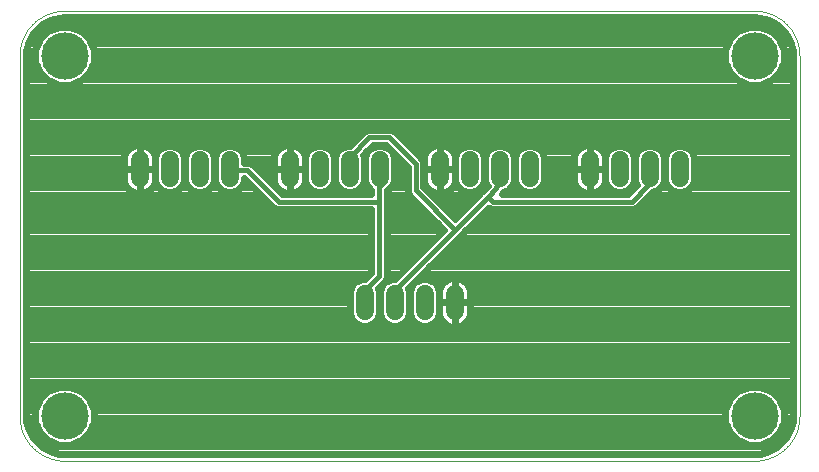
<source format=gbl>
G75*
%MOIN*%
%OFA0B0*%
%FSLAX25Y25*%
%IPPOS*%
%LPD*%
%AMOC8*
5,1,8,0,0,1.08239X$1,22.5*
%
%ADD10C,0.00000*%
%ADD11C,0.05937*%
%ADD12C,0.15811*%
%ADD13C,0.02400*%
%ADD14C,0.01600*%
D10*
X0022200Y0007200D02*
X0252200Y0007200D01*
X0252562Y0007204D01*
X0252925Y0007218D01*
X0253287Y0007239D01*
X0253648Y0007270D01*
X0254008Y0007309D01*
X0254367Y0007357D01*
X0254725Y0007414D01*
X0255082Y0007479D01*
X0255437Y0007553D01*
X0255790Y0007636D01*
X0256141Y0007727D01*
X0256489Y0007826D01*
X0256835Y0007934D01*
X0257179Y0008050D01*
X0257519Y0008175D01*
X0257856Y0008307D01*
X0258190Y0008448D01*
X0258521Y0008597D01*
X0258848Y0008754D01*
X0259171Y0008918D01*
X0259490Y0009090D01*
X0259804Y0009270D01*
X0260115Y0009458D01*
X0260420Y0009653D01*
X0260721Y0009855D01*
X0261017Y0010065D01*
X0261307Y0010281D01*
X0261593Y0010505D01*
X0261873Y0010735D01*
X0262147Y0010972D01*
X0262415Y0011216D01*
X0262678Y0011466D01*
X0262934Y0011722D01*
X0263184Y0011985D01*
X0263428Y0012253D01*
X0263665Y0012527D01*
X0263895Y0012807D01*
X0264119Y0013093D01*
X0264335Y0013383D01*
X0264545Y0013679D01*
X0264747Y0013980D01*
X0264942Y0014285D01*
X0265130Y0014596D01*
X0265310Y0014910D01*
X0265482Y0015229D01*
X0265646Y0015552D01*
X0265803Y0015879D01*
X0265952Y0016210D01*
X0266093Y0016544D01*
X0266225Y0016881D01*
X0266350Y0017221D01*
X0266466Y0017565D01*
X0266574Y0017911D01*
X0266673Y0018259D01*
X0266764Y0018610D01*
X0266847Y0018963D01*
X0266921Y0019318D01*
X0266986Y0019675D01*
X0267043Y0020033D01*
X0267091Y0020392D01*
X0267130Y0020752D01*
X0267161Y0021113D01*
X0267182Y0021475D01*
X0267196Y0021838D01*
X0267200Y0022200D01*
X0267200Y0142200D01*
X0267196Y0142562D01*
X0267182Y0142925D01*
X0267161Y0143287D01*
X0267130Y0143648D01*
X0267091Y0144008D01*
X0267043Y0144367D01*
X0266986Y0144725D01*
X0266921Y0145082D01*
X0266847Y0145437D01*
X0266764Y0145790D01*
X0266673Y0146141D01*
X0266574Y0146489D01*
X0266466Y0146835D01*
X0266350Y0147179D01*
X0266225Y0147519D01*
X0266093Y0147856D01*
X0265952Y0148190D01*
X0265803Y0148521D01*
X0265646Y0148848D01*
X0265482Y0149171D01*
X0265310Y0149490D01*
X0265130Y0149804D01*
X0264942Y0150115D01*
X0264747Y0150420D01*
X0264545Y0150721D01*
X0264335Y0151017D01*
X0264119Y0151307D01*
X0263895Y0151593D01*
X0263665Y0151873D01*
X0263428Y0152147D01*
X0263184Y0152415D01*
X0262934Y0152678D01*
X0262678Y0152934D01*
X0262415Y0153184D01*
X0262147Y0153428D01*
X0261873Y0153665D01*
X0261593Y0153895D01*
X0261307Y0154119D01*
X0261017Y0154335D01*
X0260721Y0154545D01*
X0260420Y0154747D01*
X0260115Y0154942D01*
X0259804Y0155130D01*
X0259490Y0155310D01*
X0259171Y0155482D01*
X0258848Y0155646D01*
X0258521Y0155803D01*
X0258190Y0155952D01*
X0257856Y0156093D01*
X0257519Y0156225D01*
X0257179Y0156350D01*
X0256835Y0156466D01*
X0256489Y0156574D01*
X0256141Y0156673D01*
X0255790Y0156764D01*
X0255437Y0156847D01*
X0255082Y0156921D01*
X0254725Y0156986D01*
X0254367Y0157043D01*
X0254008Y0157091D01*
X0253648Y0157130D01*
X0253287Y0157161D01*
X0252925Y0157182D01*
X0252562Y0157196D01*
X0252200Y0157200D01*
X0022200Y0157200D01*
X0021838Y0157196D01*
X0021475Y0157182D01*
X0021113Y0157161D01*
X0020752Y0157130D01*
X0020392Y0157091D01*
X0020033Y0157043D01*
X0019675Y0156986D01*
X0019318Y0156921D01*
X0018963Y0156847D01*
X0018610Y0156764D01*
X0018259Y0156673D01*
X0017911Y0156574D01*
X0017565Y0156466D01*
X0017221Y0156350D01*
X0016881Y0156225D01*
X0016544Y0156093D01*
X0016210Y0155952D01*
X0015879Y0155803D01*
X0015552Y0155646D01*
X0015229Y0155482D01*
X0014910Y0155310D01*
X0014596Y0155130D01*
X0014285Y0154942D01*
X0013980Y0154747D01*
X0013679Y0154545D01*
X0013383Y0154335D01*
X0013093Y0154119D01*
X0012807Y0153895D01*
X0012527Y0153665D01*
X0012253Y0153428D01*
X0011985Y0153184D01*
X0011722Y0152934D01*
X0011466Y0152678D01*
X0011216Y0152415D01*
X0010972Y0152147D01*
X0010735Y0151873D01*
X0010505Y0151593D01*
X0010281Y0151307D01*
X0010065Y0151017D01*
X0009855Y0150721D01*
X0009653Y0150420D01*
X0009458Y0150115D01*
X0009270Y0149804D01*
X0009090Y0149490D01*
X0008918Y0149171D01*
X0008754Y0148848D01*
X0008597Y0148521D01*
X0008448Y0148190D01*
X0008307Y0147856D01*
X0008175Y0147519D01*
X0008050Y0147179D01*
X0007934Y0146835D01*
X0007826Y0146489D01*
X0007727Y0146141D01*
X0007636Y0145790D01*
X0007553Y0145437D01*
X0007479Y0145082D01*
X0007414Y0144725D01*
X0007357Y0144367D01*
X0007309Y0144008D01*
X0007270Y0143648D01*
X0007239Y0143287D01*
X0007218Y0142925D01*
X0007204Y0142562D01*
X0007200Y0142200D01*
X0007200Y0022200D01*
X0007204Y0021838D01*
X0007218Y0021475D01*
X0007239Y0021113D01*
X0007270Y0020752D01*
X0007309Y0020392D01*
X0007357Y0020033D01*
X0007414Y0019675D01*
X0007479Y0019318D01*
X0007553Y0018963D01*
X0007636Y0018610D01*
X0007727Y0018259D01*
X0007826Y0017911D01*
X0007934Y0017565D01*
X0008050Y0017221D01*
X0008175Y0016881D01*
X0008307Y0016544D01*
X0008448Y0016210D01*
X0008597Y0015879D01*
X0008754Y0015552D01*
X0008918Y0015229D01*
X0009090Y0014910D01*
X0009270Y0014596D01*
X0009458Y0014285D01*
X0009653Y0013980D01*
X0009855Y0013679D01*
X0010065Y0013383D01*
X0010281Y0013093D01*
X0010505Y0012807D01*
X0010735Y0012527D01*
X0010972Y0012253D01*
X0011216Y0011985D01*
X0011466Y0011722D01*
X0011722Y0011466D01*
X0011985Y0011216D01*
X0012253Y0010972D01*
X0012527Y0010735D01*
X0012807Y0010505D01*
X0013093Y0010281D01*
X0013383Y0010065D01*
X0013679Y0009855D01*
X0013980Y0009653D01*
X0014285Y0009458D01*
X0014596Y0009270D01*
X0014910Y0009090D01*
X0015229Y0008918D01*
X0015552Y0008754D01*
X0015879Y0008597D01*
X0016210Y0008448D01*
X0016544Y0008307D01*
X0016881Y0008175D01*
X0017221Y0008050D01*
X0017565Y0007934D01*
X0017911Y0007826D01*
X0018259Y0007727D01*
X0018610Y0007636D01*
X0018963Y0007553D01*
X0019318Y0007479D01*
X0019675Y0007414D01*
X0020033Y0007357D01*
X0020392Y0007309D01*
X0020752Y0007270D01*
X0021113Y0007239D01*
X0021475Y0007218D01*
X0021838Y0007204D01*
X0022200Y0007200D01*
D11*
X0122200Y0056987D02*
X0122200Y0062924D01*
X0132200Y0062924D02*
X0132200Y0056987D01*
X0142200Y0056987D02*
X0142200Y0062924D01*
X0152200Y0062924D02*
X0152200Y0056987D01*
X0147200Y0101476D02*
X0147200Y0107413D01*
X0157200Y0107413D02*
X0157200Y0101476D01*
X0167200Y0101476D02*
X0167200Y0107413D01*
X0177200Y0107413D02*
X0177200Y0101476D01*
X0197200Y0101476D02*
X0197200Y0107413D01*
X0207200Y0107413D02*
X0207200Y0101476D01*
X0217200Y0101476D02*
X0217200Y0107413D01*
X0227200Y0107413D02*
X0227200Y0101476D01*
X0127200Y0101476D02*
X0127200Y0107413D01*
X0117200Y0107413D02*
X0117200Y0101476D01*
X0107200Y0101476D02*
X0107200Y0107413D01*
X0097200Y0107413D02*
X0097200Y0101476D01*
X0077200Y0101476D02*
X0077200Y0107413D01*
X0067200Y0107413D02*
X0067200Y0101476D01*
X0057200Y0101476D02*
X0057200Y0107413D01*
X0047200Y0107413D02*
X0047200Y0101476D01*
D12*
X0022200Y0142200D03*
X0022200Y0022200D03*
X0252200Y0022200D03*
X0252200Y0142200D03*
D13*
X0017302Y0010374D02*
X0014408Y0012045D01*
X0012045Y0014408D01*
X0010374Y0017302D01*
X0009509Y0020529D01*
X0009400Y0022200D01*
X0009400Y0142200D01*
X0009509Y0143871D01*
X0010374Y0147098D01*
X0012045Y0149992D01*
X0014408Y0152355D01*
X0017302Y0154026D01*
X0020529Y0154890D01*
X0022200Y0155000D01*
X0252200Y0155000D01*
X0253871Y0154890D01*
X0257098Y0154026D01*
X0259992Y0152355D01*
X0262355Y0149992D01*
X0264026Y0147098D01*
X0264890Y0143871D01*
X0265000Y0142200D01*
X0265000Y0141289D01*
X0265000Y0022200D01*
X0264890Y0020529D01*
X0264026Y0017302D01*
X0262355Y0014408D01*
X0259992Y0012045D01*
X0257098Y0010374D01*
X0253871Y0009509D01*
X0252200Y0009400D01*
X0022200Y0009400D01*
X0020529Y0009509D01*
X0017302Y0010374D01*
X0020197Y0009599D02*
X0254203Y0009599D01*
X0254131Y0012494D02*
X0250269Y0012494D01*
X0246702Y0013972D01*
X0243972Y0016702D01*
X0242494Y0020269D01*
X0242494Y0024131D01*
X0243972Y0027698D01*
X0246702Y0030428D01*
X0250269Y0031905D01*
X0254131Y0031905D01*
X0257698Y0030428D01*
X0260428Y0027698D01*
X0261905Y0024131D01*
X0261905Y0020269D01*
X0260428Y0016702D01*
X0257698Y0013972D01*
X0254131Y0012494D01*
X0258121Y0014396D02*
X0262343Y0014396D01*
X0259909Y0011997D02*
X0014491Y0011997D01*
X0016702Y0013972D02*
X0020269Y0012494D01*
X0024131Y0012494D01*
X0027698Y0013972D01*
X0030428Y0016702D01*
X0031905Y0020269D01*
X0031905Y0024131D01*
X0030428Y0027698D01*
X0027698Y0030428D01*
X0024131Y0031905D01*
X0020269Y0031905D01*
X0016702Y0030428D01*
X0013972Y0027698D01*
X0012494Y0024131D01*
X0012494Y0020269D01*
X0013972Y0016702D01*
X0016702Y0013972D01*
X0016279Y0014396D02*
X0012057Y0014396D01*
X0010667Y0016794D02*
X0013934Y0016794D01*
X0012941Y0019193D02*
X0009868Y0019193D01*
X0009440Y0021591D02*
X0012494Y0021591D01*
X0012494Y0023990D02*
X0009400Y0023990D01*
X0009400Y0026388D02*
X0013430Y0026388D01*
X0015061Y0028787D02*
X0009400Y0028787D01*
X0009400Y0031185D02*
X0018530Y0031185D01*
X0025870Y0031185D02*
X0248530Y0031185D01*
X0245061Y0028787D02*
X0029339Y0028787D01*
X0030970Y0026388D02*
X0243430Y0026388D01*
X0242494Y0023990D02*
X0031905Y0023990D01*
X0031905Y0021591D02*
X0242494Y0021591D01*
X0242941Y0019193D02*
X0031459Y0019193D01*
X0030466Y0016794D02*
X0243934Y0016794D01*
X0246279Y0014396D02*
X0028121Y0014396D01*
X0009400Y0033584D02*
X0265000Y0033584D01*
X0265000Y0035982D02*
X0009400Y0035982D01*
X0009400Y0038381D02*
X0265000Y0038381D01*
X0265000Y0040779D02*
X0009400Y0040779D01*
X0009400Y0043178D02*
X0265000Y0043178D01*
X0265000Y0045576D02*
X0009400Y0045576D01*
X0009400Y0047975D02*
X0265000Y0047975D01*
X0265000Y0050373D02*
X0009400Y0050373D01*
X0009400Y0052772D02*
X0119917Y0052772D01*
X0119499Y0052945D02*
X0121251Y0052219D01*
X0123149Y0052219D01*
X0124901Y0052945D01*
X0126243Y0054286D01*
X0126968Y0056039D01*
X0126968Y0063873D01*
X0126641Y0064664D01*
X0128573Y0066596D01*
X0129304Y0067327D01*
X0129700Y0068283D01*
X0129700Y0097350D01*
X0129901Y0097433D01*
X0131243Y0098774D01*
X0131968Y0100527D01*
X0131968Y0108361D01*
X0131243Y0110114D01*
X0129901Y0111455D01*
X0128149Y0112181D01*
X0126251Y0112181D01*
X0124499Y0111455D01*
X0123157Y0110114D01*
X0122431Y0108361D01*
X0122431Y0100527D01*
X0123157Y0098774D01*
X0124499Y0097433D01*
X0124500Y0097433D01*
X0124500Y0096150D01*
X0094627Y0096150D01*
X0084573Y0106204D01*
X0083617Y0106600D01*
X0081968Y0106600D01*
X0081968Y0108361D01*
X0081243Y0110114D01*
X0079901Y0111455D01*
X0078149Y0112181D01*
X0076251Y0112181D01*
X0074499Y0111455D01*
X0073157Y0110114D01*
X0072431Y0108361D01*
X0072431Y0100527D01*
X0073157Y0098774D01*
X0074499Y0097433D01*
X0076251Y0096707D01*
X0078149Y0096707D01*
X0079901Y0097433D01*
X0081243Y0098774D01*
X0081968Y0100527D01*
X0081968Y0101400D01*
X0082023Y0101400D01*
X0091346Y0092077D01*
X0092077Y0091346D01*
X0093033Y0090950D01*
X0124500Y0090950D01*
X0124500Y0069877D01*
X0122316Y0067693D01*
X0121251Y0067693D01*
X0119499Y0066967D01*
X0118157Y0065626D01*
X0117431Y0063873D01*
X0117431Y0056039D01*
X0118157Y0054286D01*
X0119499Y0052945D01*
X0117791Y0055170D02*
X0009400Y0055170D01*
X0009400Y0057569D02*
X0117431Y0057569D01*
X0117431Y0059967D02*
X0009400Y0059967D01*
X0009400Y0062366D02*
X0117431Y0062366D01*
X0117801Y0064764D02*
X0009400Y0064764D01*
X0009400Y0067163D02*
X0119972Y0067163D01*
X0124184Y0069561D02*
X0009400Y0069561D01*
X0009400Y0071960D02*
X0124500Y0071960D01*
X0124500Y0074358D02*
X0009400Y0074358D01*
X0009400Y0076757D02*
X0124500Y0076757D01*
X0124500Y0079155D02*
X0009400Y0079155D01*
X0009400Y0081554D02*
X0124500Y0081554D01*
X0124500Y0083952D02*
X0009400Y0083952D01*
X0009400Y0086351D02*
X0124500Y0086351D01*
X0124500Y0088749D02*
X0009400Y0088749D01*
X0009400Y0091148D02*
X0092555Y0091148D01*
X0089877Y0093546D02*
X0009400Y0093546D01*
X0009400Y0095945D02*
X0087478Y0095945D01*
X0085080Y0098343D02*
X0080812Y0098343D01*
X0081968Y0100742D02*
X0082681Y0100742D01*
X0087636Y0103140D02*
X0092031Y0103140D01*
X0092031Y0104444D02*
X0092031Y0101069D01*
X0092159Y0100265D01*
X0092410Y0099492D01*
X0092780Y0098767D01*
X0093258Y0098109D01*
X0093833Y0097533D01*
X0094491Y0097055D01*
X0095216Y0096686D01*
X0095990Y0096434D01*
X0096793Y0096307D01*
X0097200Y0096307D01*
X0097607Y0096307D01*
X0098410Y0096434D01*
X0099184Y0096686D01*
X0099909Y0097055D01*
X0100567Y0097533D01*
X0101142Y0098109D01*
X0101620Y0098767D01*
X0101990Y0099492D01*
X0102241Y0100265D01*
X0102368Y0101069D01*
X0102368Y0104444D01*
X0097200Y0104444D01*
X0097200Y0096307D01*
X0097200Y0104444D01*
X0097200Y0104444D01*
X0097200Y0104444D01*
X0092031Y0104444D01*
X0097200Y0104444D01*
X0097200Y0104444D01*
X0102368Y0104444D01*
X0102368Y0107819D01*
X0102241Y0108623D01*
X0101990Y0109397D01*
X0101620Y0110121D01*
X0101142Y0110780D01*
X0100567Y0111355D01*
X0099909Y0111833D01*
X0099184Y0112202D01*
X0098410Y0112454D01*
X0097607Y0112581D01*
X0097200Y0112581D01*
X0097200Y0104444D01*
X0097200Y0112581D01*
X0096793Y0112581D01*
X0095990Y0112454D01*
X0095216Y0112202D01*
X0094491Y0111833D01*
X0093833Y0111355D01*
X0093258Y0110780D01*
X0092780Y0110121D01*
X0092410Y0109397D01*
X0092159Y0108623D01*
X0092031Y0107819D01*
X0092031Y0104444D01*
X0092031Y0105539D02*
X0085238Y0105539D01*
X0081968Y0107937D02*
X0092050Y0107937D01*
X0092935Y0110336D02*
X0081020Y0110336D01*
X0073380Y0110336D02*
X0071020Y0110336D01*
X0071243Y0110114D02*
X0069901Y0111455D01*
X0068149Y0112181D01*
X0066251Y0112181D01*
X0064499Y0111455D01*
X0063157Y0110114D01*
X0062431Y0108361D01*
X0062431Y0100527D01*
X0063157Y0098774D01*
X0064499Y0097433D01*
X0066251Y0096707D01*
X0068149Y0096707D01*
X0069901Y0097433D01*
X0071243Y0098774D01*
X0071968Y0100527D01*
X0071968Y0108361D01*
X0071243Y0110114D01*
X0071968Y0107937D02*
X0072431Y0107937D01*
X0072431Y0105539D02*
X0071968Y0105539D01*
X0071968Y0103140D02*
X0072431Y0103140D01*
X0072431Y0100742D02*
X0071968Y0100742D01*
X0070812Y0098343D02*
X0073588Y0098343D01*
X0063588Y0098343D02*
X0060812Y0098343D01*
X0061243Y0098774D02*
X0061968Y0100527D01*
X0061968Y0108361D01*
X0061243Y0110114D01*
X0059901Y0111455D01*
X0058149Y0112181D01*
X0056251Y0112181D01*
X0054499Y0111455D01*
X0053157Y0110114D01*
X0052431Y0108361D01*
X0052431Y0100527D01*
X0053157Y0098774D01*
X0054499Y0097433D01*
X0056251Y0096707D01*
X0058149Y0096707D01*
X0059901Y0097433D01*
X0061243Y0098774D01*
X0061968Y0100742D02*
X0062431Y0100742D01*
X0062431Y0103140D02*
X0061968Y0103140D01*
X0061968Y0105539D02*
X0062431Y0105539D01*
X0062431Y0107937D02*
X0061968Y0107937D01*
X0061020Y0110336D02*
X0063380Y0110336D01*
X0053380Y0110336D02*
X0051465Y0110336D01*
X0051620Y0110121D02*
X0051142Y0110780D01*
X0050567Y0111355D01*
X0049909Y0111833D01*
X0049184Y0112202D01*
X0048410Y0112454D01*
X0047607Y0112581D01*
X0047200Y0112581D01*
X0047200Y0104444D01*
X0047200Y0096307D01*
X0047607Y0096307D01*
X0048410Y0096434D01*
X0049184Y0096686D01*
X0049909Y0097055D01*
X0050567Y0097533D01*
X0051142Y0098109D01*
X0051620Y0098767D01*
X0051990Y0099492D01*
X0052241Y0100265D01*
X0052368Y0101069D01*
X0052368Y0104444D01*
X0047200Y0104444D01*
X0047200Y0104444D01*
X0047200Y0096307D01*
X0046793Y0096307D01*
X0045990Y0096434D01*
X0045216Y0096686D01*
X0044491Y0097055D01*
X0043833Y0097533D01*
X0043258Y0098109D01*
X0042780Y0098767D01*
X0042410Y0099492D01*
X0042159Y0100265D01*
X0042031Y0101069D01*
X0042031Y0104444D01*
X0047200Y0104444D01*
X0047200Y0104444D01*
X0047200Y0104444D01*
X0052368Y0104444D01*
X0052368Y0107819D01*
X0052241Y0108623D01*
X0051990Y0109397D01*
X0051620Y0110121D01*
X0052350Y0107937D02*
X0052431Y0107937D01*
X0052368Y0105539D02*
X0052431Y0105539D01*
X0052368Y0103140D02*
X0052431Y0103140D01*
X0052431Y0100742D02*
X0052317Y0100742D01*
X0051313Y0098343D02*
X0053588Y0098343D01*
X0047200Y0098343D02*
X0047200Y0098343D01*
X0047200Y0100742D02*
X0047200Y0100742D01*
X0047200Y0103140D02*
X0047200Y0103140D01*
X0047200Y0104444D02*
X0042031Y0104444D01*
X0042031Y0107819D01*
X0042159Y0108623D01*
X0042410Y0109397D01*
X0042780Y0110121D01*
X0043258Y0110780D01*
X0043833Y0111355D01*
X0044491Y0111833D01*
X0045216Y0112202D01*
X0045990Y0112454D01*
X0046793Y0112581D01*
X0047200Y0112581D01*
X0047200Y0104444D01*
X0047200Y0104444D01*
X0047200Y0105539D02*
X0047200Y0105539D01*
X0047200Y0107937D02*
X0047200Y0107937D01*
X0047200Y0110336D02*
X0047200Y0110336D01*
X0042935Y0110336D02*
X0009400Y0110336D01*
X0009400Y0112734D02*
X0117858Y0112734D01*
X0117304Y0112181D02*
X0116251Y0112181D01*
X0114499Y0111455D01*
X0113157Y0110114D01*
X0112431Y0108361D01*
X0112431Y0100527D01*
X0113157Y0098774D01*
X0114499Y0097433D01*
X0116251Y0096707D01*
X0118149Y0096707D01*
X0119901Y0097433D01*
X0121243Y0098774D01*
X0121968Y0100527D01*
X0121968Y0108361D01*
X0121637Y0109160D01*
X0124877Y0112400D01*
X0129323Y0112400D01*
X0136600Y0105123D01*
X0136600Y0096883D01*
X0136996Y0095927D01*
X0148723Y0084200D01*
X0132216Y0067693D01*
X0131251Y0067693D01*
X0129499Y0066967D01*
X0128157Y0065626D01*
X0127431Y0063873D01*
X0127431Y0056039D01*
X0128157Y0054286D01*
X0129499Y0052945D01*
X0131251Y0052219D01*
X0133149Y0052219D01*
X0134901Y0052945D01*
X0136243Y0054286D01*
X0136968Y0056039D01*
X0136968Y0063873D01*
X0136612Y0064735D01*
X0154604Y0082727D01*
X0163400Y0091523D01*
X0163577Y0091346D01*
X0164533Y0090950D01*
X0211767Y0090950D01*
X0212723Y0091346D01*
X0213454Y0092077D01*
X0218084Y0096707D01*
X0218149Y0096707D01*
X0219901Y0097433D01*
X0221243Y0098774D01*
X0221968Y0100527D01*
X0221968Y0108361D01*
X0221243Y0110114D01*
X0219901Y0111455D01*
X0218149Y0112181D01*
X0216251Y0112181D01*
X0214499Y0111455D01*
X0213157Y0110114D01*
X0212431Y0108361D01*
X0212431Y0100527D01*
X0213052Y0099029D01*
X0210173Y0096150D01*
X0168027Y0096150D01*
X0168354Y0096477D01*
X0168512Y0096858D01*
X0169901Y0097433D01*
X0171243Y0098774D01*
X0171968Y0100527D01*
X0171968Y0108361D01*
X0171243Y0110114D01*
X0169901Y0111455D01*
X0168149Y0112181D01*
X0166251Y0112181D01*
X0164499Y0111455D01*
X0163157Y0110114D01*
X0162431Y0108361D01*
X0162431Y0100527D01*
X0163157Y0098774D01*
X0163227Y0098704D01*
X0161927Y0097404D01*
X0161196Y0096673D01*
X0161196Y0096673D01*
X0152400Y0087877D01*
X0141800Y0098477D01*
X0141800Y0106717D01*
X0141404Y0107673D01*
X0140673Y0108404D01*
X0131873Y0117204D01*
X0130917Y0117600D01*
X0123283Y0117600D01*
X0122327Y0117204D01*
X0121596Y0116473D01*
X0121596Y0116473D01*
X0117304Y0112181D01*
X0113380Y0110336D02*
X0111020Y0110336D01*
X0111243Y0110114D02*
X0109901Y0111455D01*
X0108149Y0112181D01*
X0106251Y0112181D01*
X0104499Y0111455D01*
X0103157Y0110114D01*
X0102431Y0108361D01*
X0102431Y0100527D01*
X0103157Y0098774D01*
X0104499Y0097433D01*
X0106251Y0096707D01*
X0108149Y0096707D01*
X0109901Y0097433D01*
X0111243Y0098774D01*
X0111968Y0100527D01*
X0111968Y0108361D01*
X0111243Y0110114D01*
X0111968Y0107937D02*
X0112431Y0107937D01*
X0112431Y0105539D02*
X0111968Y0105539D01*
X0111968Y0103140D02*
X0112431Y0103140D01*
X0112431Y0100742D02*
X0111968Y0100742D01*
X0110812Y0098343D02*
X0113588Y0098343D01*
X0120812Y0098343D02*
X0123588Y0098343D01*
X0122431Y0100742D02*
X0121968Y0100742D01*
X0121968Y0103140D02*
X0122431Y0103140D01*
X0122431Y0105539D02*
X0121968Y0105539D01*
X0121968Y0107937D02*
X0122431Y0107937D01*
X0122813Y0110336D02*
X0123380Y0110336D01*
X0120256Y0115133D02*
X0009400Y0115133D01*
X0009400Y0117532D02*
X0123118Y0117532D01*
X0131082Y0117532D02*
X0265000Y0117532D01*
X0265000Y0119930D02*
X0009400Y0119930D01*
X0009400Y0122329D02*
X0265000Y0122329D01*
X0265000Y0124727D02*
X0009400Y0124727D01*
X0009400Y0127126D02*
X0265000Y0127126D01*
X0265000Y0129524D02*
X0009400Y0129524D01*
X0009400Y0131923D02*
X0265000Y0131923D01*
X0265000Y0134321D02*
X0258047Y0134321D01*
X0257698Y0133972D02*
X0260428Y0136702D01*
X0261905Y0140269D01*
X0261905Y0144131D01*
X0260428Y0147698D01*
X0257698Y0150428D01*
X0254131Y0151905D01*
X0250269Y0151905D01*
X0246702Y0150428D01*
X0243972Y0147698D01*
X0242494Y0144131D01*
X0242494Y0140269D01*
X0243972Y0136702D01*
X0246702Y0133972D01*
X0250269Y0132494D01*
X0254131Y0132494D01*
X0257698Y0133972D01*
X0260435Y0136720D02*
X0265000Y0136720D01*
X0265000Y0139118D02*
X0261429Y0139118D01*
X0261905Y0141517D02*
X0265000Y0141517D01*
X0264879Y0143915D02*
X0261905Y0143915D01*
X0261001Y0146314D02*
X0264236Y0146314D01*
X0263094Y0148712D02*
X0259413Y0148712D01*
X0261236Y0151111D02*
X0256049Y0151111D01*
X0257993Y0153509D02*
X0016407Y0153509D01*
X0018351Y0151111D02*
X0013164Y0151111D01*
X0014987Y0148712D02*
X0011306Y0148712D01*
X0010374Y0147098D02*
X0010374Y0147098D01*
X0010164Y0146314D02*
X0013399Y0146314D01*
X0013972Y0147698D02*
X0012494Y0144131D01*
X0012494Y0140269D01*
X0013972Y0136702D01*
X0016702Y0133972D01*
X0020269Y0132494D01*
X0024131Y0132494D01*
X0027698Y0133972D01*
X0030428Y0136702D01*
X0031905Y0140269D01*
X0031905Y0144131D01*
X0030428Y0147698D01*
X0027698Y0150428D01*
X0024131Y0151905D01*
X0020269Y0151905D01*
X0016702Y0150428D01*
X0013972Y0147698D01*
X0012494Y0143915D02*
X0009521Y0143915D01*
X0009400Y0141517D02*
X0012494Y0141517D01*
X0012971Y0139118D02*
X0009400Y0139118D01*
X0009400Y0136720D02*
X0013965Y0136720D01*
X0016353Y0134321D02*
X0009400Y0134321D01*
X0028047Y0134321D02*
X0246353Y0134321D01*
X0243965Y0136720D02*
X0030435Y0136720D01*
X0031429Y0139118D02*
X0242971Y0139118D01*
X0242494Y0141517D02*
X0031905Y0141517D01*
X0031905Y0143915D02*
X0242494Y0143915D01*
X0243399Y0146314D02*
X0031001Y0146314D01*
X0029413Y0148712D02*
X0244987Y0148712D01*
X0248351Y0151111D02*
X0026049Y0151111D01*
X0042050Y0107937D02*
X0009400Y0107937D01*
X0009400Y0105539D02*
X0042031Y0105539D01*
X0042031Y0103140D02*
X0009400Y0103140D01*
X0009400Y0100742D02*
X0042083Y0100742D01*
X0043087Y0098343D02*
X0009400Y0098343D01*
X0090035Y0100742D02*
X0092083Y0100742D01*
X0092434Y0098343D02*
X0093087Y0098343D01*
X0097200Y0098343D02*
X0097200Y0098343D01*
X0101313Y0098343D02*
X0103588Y0098343D01*
X0102431Y0100742D02*
X0102317Y0100742D01*
X0102368Y0103140D02*
X0102431Y0103140D01*
X0102368Y0105539D02*
X0102431Y0105539D01*
X0102431Y0107937D02*
X0102350Y0107937D01*
X0101465Y0110336D02*
X0103380Y0110336D01*
X0097200Y0110336D02*
X0097200Y0110336D01*
X0097200Y0107937D02*
X0097200Y0107937D01*
X0097200Y0105539D02*
X0097200Y0105539D01*
X0097200Y0104444D02*
X0097200Y0104444D01*
X0097200Y0103140D02*
X0097200Y0103140D01*
X0097200Y0100742D02*
X0097200Y0100742D01*
X0129700Y0095945D02*
X0136988Y0095945D01*
X0136600Y0098343D02*
X0130812Y0098343D01*
X0131968Y0100742D02*
X0136600Y0100742D01*
X0136600Y0103140D02*
X0131968Y0103140D01*
X0131968Y0105539D02*
X0136184Y0105539D01*
X0133786Y0107937D02*
X0131968Y0107937D01*
X0131387Y0110336D02*
X0131020Y0110336D01*
X0136342Y0112734D02*
X0265000Y0112734D01*
X0265000Y0110336D02*
X0231020Y0110336D01*
X0231243Y0110114D02*
X0229901Y0111455D01*
X0228149Y0112181D01*
X0226251Y0112181D01*
X0224499Y0111455D01*
X0223157Y0110114D01*
X0222431Y0108361D01*
X0222431Y0100527D01*
X0223157Y0098774D01*
X0224499Y0097433D01*
X0226251Y0096707D01*
X0228149Y0096707D01*
X0229901Y0097433D01*
X0231243Y0098774D01*
X0231968Y0100527D01*
X0231968Y0108361D01*
X0231243Y0110114D01*
X0231968Y0107937D02*
X0265000Y0107937D01*
X0265000Y0105539D02*
X0231968Y0105539D01*
X0231968Y0103140D02*
X0265000Y0103140D01*
X0265000Y0100742D02*
X0231968Y0100742D01*
X0230812Y0098343D02*
X0265000Y0098343D01*
X0265000Y0095945D02*
X0217322Y0095945D01*
X0220812Y0098343D02*
X0223588Y0098343D01*
X0222431Y0100742D02*
X0221968Y0100742D01*
X0221968Y0103140D02*
X0222431Y0103140D01*
X0222431Y0105539D02*
X0221968Y0105539D01*
X0221968Y0107937D02*
X0222431Y0107937D01*
X0223380Y0110336D02*
X0221020Y0110336D01*
X0213380Y0110336D02*
X0211020Y0110336D01*
X0211243Y0110114D02*
X0209901Y0111455D01*
X0208149Y0112181D01*
X0206251Y0112181D01*
X0204499Y0111455D01*
X0203157Y0110114D01*
X0202431Y0108361D01*
X0202431Y0100527D01*
X0203157Y0098774D01*
X0204499Y0097433D01*
X0206251Y0096707D01*
X0208149Y0096707D01*
X0209901Y0097433D01*
X0211243Y0098774D01*
X0211968Y0100527D01*
X0211968Y0108361D01*
X0211243Y0110114D01*
X0211968Y0107937D02*
X0212431Y0107937D01*
X0212431Y0105539D02*
X0211968Y0105539D01*
X0211968Y0103140D02*
X0212431Y0103140D01*
X0212431Y0100742D02*
X0211968Y0100742D01*
X0212366Y0098343D02*
X0210812Y0098343D01*
X0203588Y0098343D02*
X0201313Y0098343D01*
X0201142Y0098109D02*
X0201620Y0098767D01*
X0201990Y0099492D01*
X0202241Y0100265D01*
X0202368Y0101069D01*
X0202368Y0104444D01*
X0197200Y0104444D01*
X0197200Y0096307D01*
X0197607Y0096307D01*
X0198410Y0096434D01*
X0199184Y0096686D01*
X0199909Y0097055D01*
X0200567Y0097533D01*
X0201142Y0098109D01*
X0202317Y0100742D02*
X0202431Y0100742D01*
X0202368Y0103140D02*
X0202431Y0103140D01*
X0202368Y0104444D02*
X0202368Y0107819D01*
X0202241Y0108623D01*
X0201990Y0109397D01*
X0201620Y0110121D01*
X0201142Y0110780D01*
X0200567Y0111355D01*
X0199909Y0111833D01*
X0199184Y0112202D01*
X0198410Y0112454D01*
X0197607Y0112581D01*
X0197200Y0112581D01*
X0197200Y0104444D01*
X0197200Y0104444D01*
X0197200Y0096307D01*
X0196793Y0096307D01*
X0195990Y0096434D01*
X0195216Y0096686D01*
X0194491Y0097055D01*
X0193833Y0097533D01*
X0193258Y0098109D01*
X0192780Y0098767D01*
X0192410Y0099492D01*
X0192159Y0100265D01*
X0192031Y0101069D01*
X0192031Y0104444D01*
X0197200Y0104444D01*
X0197200Y0104444D01*
X0197200Y0104444D01*
X0202368Y0104444D01*
X0202368Y0105539D02*
X0202431Y0105539D01*
X0202431Y0107937D02*
X0202350Y0107937D01*
X0201465Y0110336D02*
X0203380Y0110336D01*
X0197200Y0110336D02*
X0197200Y0110336D01*
X0197200Y0112581D02*
X0196793Y0112581D01*
X0195990Y0112454D01*
X0195216Y0112202D01*
X0194491Y0111833D01*
X0193833Y0111355D01*
X0193258Y0110780D01*
X0192780Y0110121D01*
X0192410Y0109397D01*
X0192159Y0108623D01*
X0192031Y0107819D01*
X0192031Y0104444D01*
X0197200Y0104444D01*
X0197200Y0112581D01*
X0192935Y0110336D02*
X0181020Y0110336D01*
X0181243Y0110114D02*
X0179901Y0111455D01*
X0178149Y0112181D01*
X0176251Y0112181D01*
X0174499Y0111455D01*
X0173157Y0110114D01*
X0172431Y0108361D01*
X0172431Y0100527D01*
X0173157Y0098774D01*
X0174499Y0097433D01*
X0176251Y0096707D01*
X0178149Y0096707D01*
X0179901Y0097433D01*
X0181243Y0098774D01*
X0181968Y0100527D01*
X0181968Y0108361D01*
X0181243Y0110114D01*
X0181968Y0107937D02*
X0192050Y0107937D01*
X0192031Y0105539D02*
X0181968Y0105539D01*
X0181968Y0103140D02*
X0192031Y0103140D01*
X0192083Y0100742D02*
X0181968Y0100742D01*
X0180812Y0098343D02*
X0193087Y0098343D01*
X0197200Y0098343D02*
X0197200Y0098343D01*
X0197200Y0100742D02*
X0197200Y0100742D01*
X0197200Y0103140D02*
X0197200Y0103140D01*
X0197200Y0104444D02*
X0197200Y0104444D01*
X0197200Y0105539D02*
X0197200Y0105539D01*
X0197200Y0107937D02*
X0197200Y0107937D01*
X0173380Y0110336D02*
X0171020Y0110336D01*
X0171968Y0107937D02*
X0172431Y0107937D01*
X0172431Y0105539D02*
X0171968Y0105539D01*
X0171968Y0103140D02*
X0172431Y0103140D01*
X0172431Y0100742D02*
X0171968Y0100742D01*
X0170812Y0098343D02*
X0173588Y0098343D01*
X0162866Y0098343D02*
X0160812Y0098343D01*
X0161243Y0098774D02*
X0159901Y0097433D01*
X0158149Y0096707D01*
X0156251Y0096707D01*
X0154499Y0097433D01*
X0153157Y0098774D01*
X0152431Y0100527D01*
X0152431Y0108361D01*
X0153157Y0110114D01*
X0154499Y0111455D01*
X0156251Y0112181D01*
X0158149Y0112181D01*
X0159901Y0111455D01*
X0161243Y0110114D01*
X0161968Y0108361D01*
X0161968Y0100527D01*
X0161243Y0098774D01*
X0161927Y0097404D02*
X0161927Y0097404D01*
X0160468Y0095945D02*
X0144332Y0095945D01*
X0144491Y0097055D02*
X0145216Y0096686D01*
X0145990Y0096434D01*
X0146793Y0096307D01*
X0147200Y0096307D01*
X0147607Y0096307D01*
X0148410Y0096434D01*
X0149184Y0096686D01*
X0149909Y0097055D01*
X0150567Y0097533D01*
X0151142Y0098109D01*
X0151620Y0098767D01*
X0151990Y0099492D01*
X0152241Y0100265D01*
X0152368Y0101069D01*
X0152368Y0104444D01*
X0147200Y0104444D01*
X0147200Y0096307D01*
X0147200Y0104444D01*
X0147200Y0104444D01*
X0147200Y0104444D01*
X0142031Y0104444D01*
X0142031Y0101069D01*
X0142159Y0100265D01*
X0142410Y0099492D01*
X0142780Y0098767D01*
X0143258Y0098109D01*
X0143833Y0097533D01*
X0144491Y0097055D01*
X0143087Y0098343D02*
X0141934Y0098343D01*
X0141800Y0100742D02*
X0142083Y0100742D01*
X0142031Y0103140D02*
X0141800Y0103140D01*
X0142031Y0104444D02*
X0147200Y0104444D01*
X0147200Y0104444D01*
X0152368Y0104444D01*
X0152368Y0107819D01*
X0152241Y0108623D01*
X0151990Y0109397D01*
X0151620Y0110121D01*
X0151142Y0110780D01*
X0150567Y0111355D01*
X0149909Y0111833D01*
X0149184Y0112202D01*
X0148410Y0112454D01*
X0147607Y0112581D01*
X0147200Y0112581D01*
X0147200Y0104444D01*
X0147200Y0112581D01*
X0146793Y0112581D01*
X0145990Y0112454D01*
X0145216Y0112202D01*
X0144491Y0111833D01*
X0143833Y0111355D01*
X0143258Y0110780D01*
X0142780Y0110121D01*
X0142410Y0109397D01*
X0142159Y0108623D01*
X0142031Y0107819D01*
X0142031Y0104444D01*
X0142031Y0105539D02*
X0141800Y0105539D01*
X0142050Y0107937D02*
X0141139Y0107937D01*
X0142935Y0110336D02*
X0138741Y0110336D01*
X0133944Y0115133D02*
X0265000Y0115133D01*
X0265000Y0093546D02*
X0214923Y0093546D01*
X0212245Y0091148D02*
X0265000Y0091148D01*
X0265000Y0088749D02*
X0160626Y0088749D01*
X0158228Y0086351D02*
X0265000Y0086351D01*
X0265000Y0083952D02*
X0155829Y0083952D01*
X0153431Y0081554D02*
X0265000Y0081554D01*
X0265000Y0079155D02*
X0151032Y0079155D01*
X0148634Y0076757D02*
X0265000Y0076757D01*
X0265000Y0074358D02*
X0146235Y0074358D01*
X0143837Y0071960D02*
X0265000Y0071960D01*
X0265000Y0069561D02*
X0141438Y0069561D01*
X0141251Y0067693D02*
X0139499Y0066967D01*
X0138157Y0065626D01*
X0137431Y0063873D01*
X0137431Y0056039D01*
X0138157Y0054286D01*
X0139499Y0052945D01*
X0141251Y0052219D01*
X0143149Y0052219D01*
X0144901Y0052945D01*
X0146243Y0054286D01*
X0146968Y0056039D01*
X0146968Y0063873D01*
X0146243Y0065626D01*
X0144901Y0066967D01*
X0143149Y0067693D01*
X0141251Y0067693D01*
X0139972Y0067163D02*
X0139040Y0067163D01*
X0137801Y0064764D02*
X0136641Y0064764D01*
X0136968Y0062366D02*
X0137431Y0062366D01*
X0137431Y0059967D02*
X0136968Y0059967D01*
X0136968Y0057569D02*
X0137431Y0057569D01*
X0137791Y0055170D02*
X0136609Y0055170D01*
X0134483Y0052772D02*
X0139917Y0052772D01*
X0144483Y0052772D02*
X0149209Y0052772D01*
X0149491Y0052567D02*
X0148833Y0053045D01*
X0148258Y0053620D01*
X0147780Y0054279D01*
X0147410Y0055003D01*
X0147159Y0055777D01*
X0147031Y0056581D01*
X0147031Y0059956D01*
X0152200Y0059956D01*
X0152200Y0059956D01*
X0152200Y0068093D01*
X0152607Y0068093D01*
X0153410Y0067966D01*
X0154184Y0067714D01*
X0154909Y0067345D01*
X0155567Y0066867D01*
X0156142Y0066291D01*
X0156620Y0065633D01*
X0156990Y0064908D01*
X0157241Y0064135D01*
X0157368Y0063331D01*
X0157368Y0059956D01*
X0152200Y0059956D01*
X0152200Y0068093D01*
X0151793Y0068093D01*
X0150990Y0067966D01*
X0150216Y0067714D01*
X0149491Y0067345D01*
X0148833Y0066867D01*
X0148258Y0066291D01*
X0147780Y0065633D01*
X0147410Y0064908D01*
X0147159Y0064135D01*
X0147031Y0063331D01*
X0147031Y0059956D01*
X0152200Y0059956D01*
X0152200Y0059956D01*
X0152200Y0059956D01*
X0157368Y0059956D01*
X0157368Y0056581D01*
X0157241Y0055777D01*
X0156990Y0055003D01*
X0156620Y0054279D01*
X0156142Y0053620D01*
X0155567Y0053045D01*
X0154909Y0052567D01*
X0154184Y0052198D01*
X0153410Y0051946D01*
X0152607Y0051819D01*
X0152200Y0051819D01*
X0152200Y0059956D01*
X0152200Y0059956D01*
X0152200Y0051819D01*
X0151793Y0051819D01*
X0150990Y0051946D01*
X0150216Y0052198D01*
X0149491Y0052567D01*
X0152200Y0052772D02*
X0152200Y0052772D01*
X0152200Y0055170D02*
X0152200Y0055170D01*
X0155191Y0052772D02*
X0265000Y0052772D01*
X0265000Y0055170D02*
X0157044Y0055170D01*
X0157368Y0057569D02*
X0265000Y0057569D01*
X0265000Y0059967D02*
X0157368Y0059967D01*
X0157368Y0062366D02*
X0265000Y0062366D01*
X0265000Y0064764D02*
X0157037Y0064764D01*
X0155160Y0067163D02*
X0265000Y0067163D01*
X0265000Y0031185D02*
X0255870Y0031185D01*
X0259339Y0028787D02*
X0265000Y0028787D01*
X0265000Y0026388D02*
X0260970Y0026388D01*
X0261905Y0023990D02*
X0265000Y0023990D01*
X0264960Y0021591D02*
X0261905Y0021591D01*
X0261459Y0019193D02*
X0264532Y0019193D01*
X0263733Y0016794D02*
X0260466Y0016794D01*
X0152200Y0057569D02*
X0152200Y0057569D01*
X0152200Y0059967D02*
X0152200Y0059967D01*
X0152200Y0062366D02*
X0152200Y0062366D01*
X0152200Y0064764D02*
X0152200Y0064764D01*
X0152200Y0067163D02*
X0152200Y0067163D01*
X0149240Y0067163D02*
X0144428Y0067163D01*
X0146599Y0064764D02*
X0147363Y0064764D01*
X0147031Y0062366D02*
X0146968Y0062366D01*
X0146968Y0059967D02*
X0147031Y0059967D01*
X0146968Y0057569D02*
X0147031Y0057569D01*
X0147356Y0055170D02*
X0146609Y0055170D01*
X0129917Y0052772D02*
X0124483Y0052772D01*
X0126609Y0055170D02*
X0127791Y0055170D01*
X0127431Y0057569D02*
X0126968Y0057569D01*
X0126968Y0059967D02*
X0127431Y0059967D01*
X0127431Y0062366D02*
X0126968Y0062366D01*
X0126741Y0064764D02*
X0127801Y0064764D01*
X0129140Y0067163D02*
X0129972Y0067163D01*
X0129700Y0069561D02*
X0134084Y0069561D01*
X0136483Y0071960D02*
X0129700Y0071960D01*
X0129700Y0074358D02*
X0138881Y0074358D01*
X0141280Y0076757D02*
X0129700Y0076757D01*
X0129700Y0079155D02*
X0143678Y0079155D01*
X0146077Y0081554D02*
X0129700Y0081554D01*
X0129700Y0083952D02*
X0148475Y0083952D01*
X0146572Y0086351D02*
X0129700Y0086351D01*
X0129700Y0088749D02*
X0144174Y0088749D01*
X0141775Y0091148D02*
X0129700Y0091148D01*
X0129700Y0093546D02*
X0139377Y0093546D01*
X0146731Y0093546D02*
X0158069Y0093546D01*
X0155671Y0091148D02*
X0149129Y0091148D01*
X0151528Y0088749D02*
X0153272Y0088749D01*
X0163025Y0091148D02*
X0164055Y0091148D01*
X0153588Y0098343D02*
X0151313Y0098343D01*
X0152317Y0100742D02*
X0152431Y0100742D01*
X0152368Y0103140D02*
X0152431Y0103140D01*
X0152368Y0105539D02*
X0152431Y0105539D01*
X0152431Y0107937D02*
X0152350Y0107937D01*
X0151465Y0110336D02*
X0153380Y0110336D01*
X0147200Y0110336D02*
X0147200Y0110336D01*
X0147200Y0107937D02*
X0147200Y0107937D01*
X0147200Y0105539D02*
X0147200Y0105539D01*
X0147200Y0104444D02*
X0147200Y0104444D01*
X0147200Y0103140D02*
X0147200Y0103140D01*
X0147200Y0100742D02*
X0147200Y0100742D01*
X0147200Y0098343D02*
X0147200Y0098343D01*
X0161968Y0100742D02*
X0162431Y0100742D01*
X0162431Y0103140D02*
X0161968Y0103140D01*
X0161968Y0105539D02*
X0162431Y0105539D01*
X0162431Y0107937D02*
X0161968Y0107937D01*
X0161020Y0110336D02*
X0163380Y0110336D01*
D14*
X0167200Y0104444D02*
X0166700Y0104000D01*
X0166700Y0099050D01*
X0166150Y0098500D01*
X0166150Y0097950D01*
X0163400Y0095200D01*
X0165050Y0093550D01*
X0211250Y0093550D01*
X0216750Y0099050D01*
X0216750Y0104000D01*
X0217200Y0104444D01*
X0163400Y0095200D02*
X0152400Y0084200D01*
X0139200Y0097400D01*
X0139200Y0106200D01*
X0130400Y0115000D01*
X0123800Y0115000D01*
X0117200Y0108400D01*
X0117200Y0104444D01*
X0127200Y0104444D02*
X0127650Y0104000D01*
X0127650Y0099050D01*
X0127100Y0098500D01*
X0127100Y0093550D01*
X0093550Y0093550D01*
X0083100Y0104000D01*
X0077600Y0104000D01*
X0077200Y0104444D01*
X0127100Y0093550D02*
X0127100Y0068800D01*
X0122700Y0064400D01*
X0122700Y0060000D01*
X0122200Y0059956D01*
X0132200Y0059956D02*
X0132600Y0060000D01*
X0132600Y0064400D01*
X0152400Y0084200D01*
M02*

</source>
